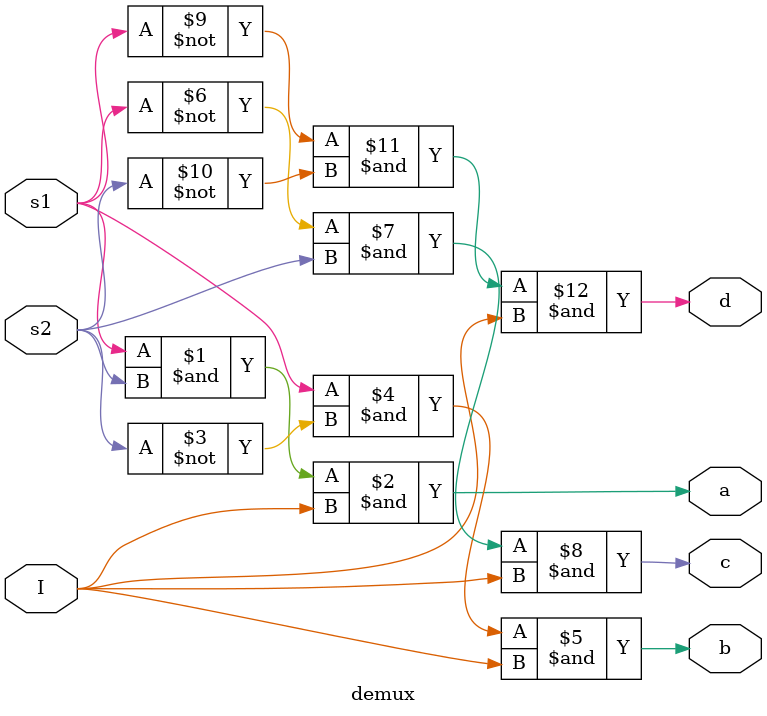
<source format=v>
module demux(input I,s1,s2,output a,b,c,d);
assign a=s1&s2&I;
assign b=s1&(~s2)&I;
assign c=(~s1)&s2&I;
assign d=(~s1)&(~s2)&I;
endmodule

</source>
